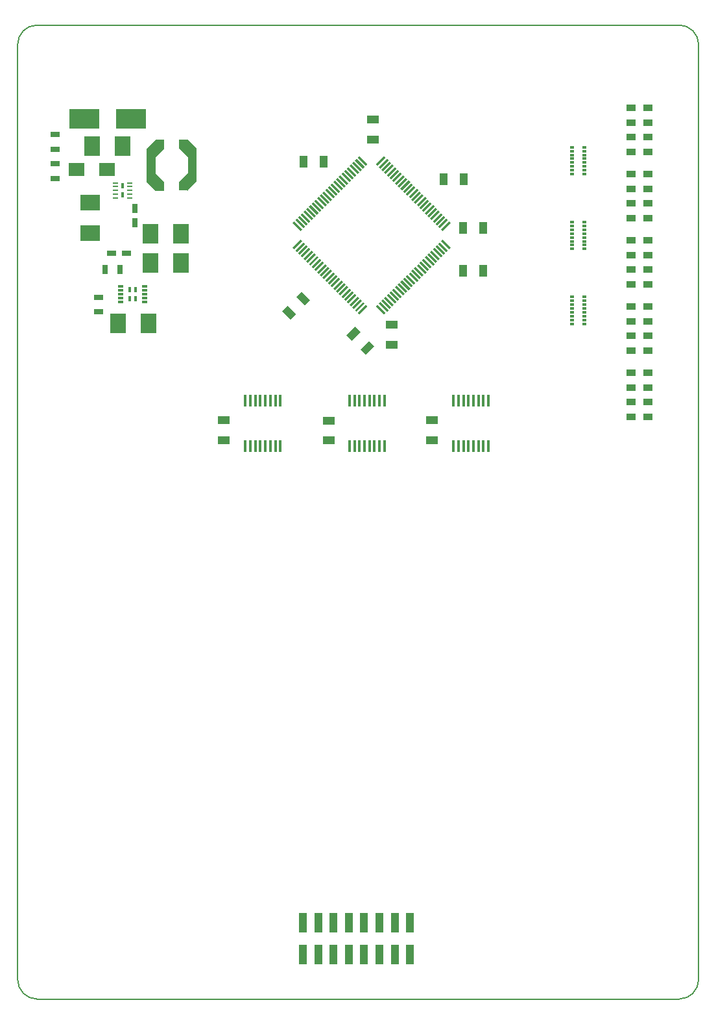
<source format=gtp>
G04 #@! TF.FileFunction,Paste,Top*
%FSLAX46Y46*%
G04 Gerber Fmt 4.6, Leading zero omitted, Abs format (unit mm)*
G04 Created by KiCad (PCBNEW 4.0.7) date Wednesday, May 02, 2018 'PMt' 05:12:05 PM*
%MOMM*%
%LPD*%
G01*
G04 APERTURE LIST*
%ADD10C,0.020000*%
%ADD11C,0.150000*%
%ADD12R,2.000000X2.500000*%
%ADD13R,2.500000X2.000000*%
%ADD14R,0.750000X1.200000*%
%ADD15R,1.200000X0.750000*%
%ADD16R,4.000000X2.500000*%
%ADD17R,1.200000X0.900000*%
%ADD18R,0.450000X1.500000*%
%ADD19R,0.650000X0.300000*%
%ADD20R,0.465000X0.744000*%
%ADD21R,0.600000X0.350000*%
%ADD22R,2.000000X1.700000*%
%ADD23R,0.700000X0.250000*%
%ADD24R,0.384000X0.720000*%
%ADD25R,1.000000X2.580000*%
%ADD26R,1.000000X1.600000*%
%ADD27R,1.600000X1.000000*%
%ADD28R,1.300000X0.700000*%
%ADD29R,0.700000X1.300000*%
G04 APERTURE END LIST*
D10*
D11*
X253238000Y-85852000D02*
G75*
G03X250698000Y-83312000I-2540000J0D01*
G01*
X166878000Y-83312000D02*
G75*
G03X164338000Y-85852000I0J-2540000D01*
G01*
X164338000Y-207772000D02*
G75*
G03X166878000Y-210312000I2540000J0D01*
G01*
X250698000Y-210312000D02*
G75*
G03X253238000Y-207772000I0J2540000D01*
G01*
X166878000Y-83312000D02*
X250698000Y-83312000D01*
X164338000Y-207772000D02*
X164338000Y-85852000D01*
X250698000Y-210312000D02*
X166878000Y-210312000D01*
X253238000Y-85852000D02*
X253238000Y-207772000D01*
D10*
G36*
X182323500Y-104900000D02*
X181148500Y-103725000D01*
X181148500Y-99475000D01*
X182323500Y-98300000D01*
X182323500Y-104900000D01*
X182323500Y-104900000D01*
G37*
G36*
X183448500Y-104912500D02*
X182323500Y-104912500D01*
X182323500Y-103787500D01*
X183448500Y-103787500D01*
X183448500Y-104912500D01*
X183448500Y-104912500D01*
G37*
G36*
X183448500Y-99412500D02*
X182323500Y-99412500D01*
X182323500Y-98287500D01*
X183448500Y-98287500D01*
X183448500Y-99412500D01*
X183448500Y-99412500D01*
G37*
G36*
X182323500Y-102675500D02*
X183448500Y-103799500D01*
X183448500Y-103800500D01*
X182323500Y-104924500D01*
X182323500Y-102675500D01*
X182323500Y-102675500D01*
G37*
G36*
X182323500Y-98275500D02*
X183448500Y-99399500D01*
X183448500Y-99400500D01*
X182323500Y-100524500D01*
X182323500Y-98275500D01*
X182323500Y-98275500D01*
G37*
G36*
X186549101Y-98283627D02*
X187724101Y-99458627D01*
X187724101Y-103708627D01*
X186549101Y-104883627D01*
X186549101Y-98283627D01*
X186549101Y-98283627D01*
G37*
G36*
X185424101Y-98271127D02*
X186549101Y-98271127D01*
X186549101Y-99396127D01*
X185424101Y-99396127D01*
X185424101Y-98271127D01*
X185424101Y-98271127D01*
G37*
G36*
X186549101Y-100508127D02*
X185424101Y-99384127D01*
X185424101Y-99383127D01*
X186549101Y-98259127D01*
X186549101Y-100508127D01*
X186549101Y-100508127D01*
G37*
G36*
X185424101Y-103771127D02*
X186549101Y-103771127D01*
X186549101Y-104896127D01*
X185424101Y-104896127D01*
X185424101Y-103771127D01*
X185424101Y-103771127D01*
G37*
G36*
X186549101Y-104908127D02*
X185424101Y-103784127D01*
X185424101Y-103783127D01*
X186549101Y-102659127D01*
X186549101Y-104908127D01*
X186549101Y-104908127D01*
G37*
D12*
X174054000Y-99060000D03*
X178054000Y-99060000D03*
D13*
X173768000Y-106458000D03*
X173768000Y-110458000D03*
D14*
X179610000Y-107188000D03*
X179610000Y-109088000D03*
D12*
X185674000Y-110490000D03*
X181674000Y-110490000D03*
X185669009Y-114300000D03*
X181669009Y-114300000D03*
D15*
X176628000Y-113030000D03*
X178528000Y-113030000D03*
D12*
X177446009Y-122198215D03*
X181446009Y-122198215D03*
D16*
X173004000Y-95504000D03*
X179104000Y-95504000D03*
D17*
X244391000Y-94107000D03*
X246591000Y-94107000D03*
X244391000Y-96012000D03*
X246591000Y-96012000D03*
X244391000Y-97917000D03*
X246591000Y-97917000D03*
X244391000Y-99822000D03*
X246591000Y-99822000D03*
X244391000Y-102743000D03*
X246591000Y-102743000D03*
X244391000Y-104648000D03*
X246591000Y-104648000D03*
X244391000Y-106553000D03*
X246591000Y-106553000D03*
X244391000Y-108458000D03*
X246591000Y-108458000D03*
X244391000Y-111379000D03*
X246591000Y-111379000D03*
X244391000Y-113284000D03*
X246591000Y-113284000D03*
X244391000Y-115189000D03*
X246591000Y-115189000D03*
X244391000Y-117094000D03*
X246591000Y-117094000D03*
X244391000Y-120015000D03*
X246591000Y-120015000D03*
X244391000Y-121920000D03*
X246591000Y-121920000D03*
X244391000Y-123825000D03*
X246591000Y-123825000D03*
X244391000Y-125730000D03*
X246591000Y-125730000D03*
X244391000Y-128651000D03*
X246591000Y-128651000D03*
X244391000Y-130556000D03*
X246591000Y-130556000D03*
X244391000Y-132461000D03*
X246591000Y-132461000D03*
X244391000Y-134366000D03*
X246591000Y-134366000D03*
D18*
X198628000Y-132276000D03*
X197978000Y-132276000D03*
X197328000Y-132276000D03*
X196678000Y-132276000D03*
X196028000Y-132276000D03*
X195378000Y-132276000D03*
X194728000Y-132276000D03*
X194078000Y-132276000D03*
X194078000Y-138176000D03*
X194728000Y-138176000D03*
X195378000Y-138176000D03*
X196028000Y-138176000D03*
X196678000Y-138176000D03*
X197328000Y-138176000D03*
X197978000Y-138176000D03*
X198628000Y-138176000D03*
D10*
G36*
X212406478Y-120829627D02*
X212194346Y-121041759D01*
X211133686Y-119981099D01*
X211345818Y-119768967D01*
X212406478Y-120829627D01*
X212406478Y-120829627D01*
G37*
G36*
X212760031Y-120476074D02*
X212547899Y-120688206D01*
X211487239Y-119627546D01*
X211699371Y-119415414D01*
X212760031Y-120476074D01*
X212760031Y-120476074D01*
G37*
G36*
X213113584Y-120122520D02*
X212901452Y-120334652D01*
X211840792Y-119273992D01*
X212052924Y-119061860D01*
X213113584Y-120122520D01*
X213113584Y-120122520D01*
G37*
G36*
X213467138Y-119768967D02*
X213255006Y-119981099D01*
X212194346Y-118920439D01*
X212406478Y-118708307D01*
X213467138Y-119768967D01*
X213467138Y-119768967D01*
G37*
G36*
X213820691Y-119415413D02*
X213608559Y-119627545D01*
X212547899Y-118566885D01*
X212760031Y-118354753D01*
X213820691Y-119415413D01*
X213820691Y-119415413D01*
G37*
G36*
X214174244Y-119061860D02*
X213962112Y-119273992D01*
X212901452Y-118213332D01*
X213113584Y-118001200D01*
X214174244Y-119061860D01*
X214174244Y-119061860D01*
G37*
G36*
X214527798Y-118708307D02*
X214315666Y-118920439D01*
X213255006Y-117859779D01*
X213467138Y-117647647D01*
X214527798Y-118708307D01*
X214527798Y-118708307D01*
G37*
G36*
X214881351Y-118354753D02*
X214669219Y-118566885D01*
X213608559Y-117506225D01*
X213820691Y-117294093D01*
X214881351Y-118354753D01*
X214881351Y-118354753D01*
G37*
G36*
X215234905Y-118001200D02*
X215022773Y-118213332D01*
X213962113Y-117152672D01*
X214174245Y-116940540D01*
X215234905Y-118001200D01*
X215234905Y-118001200D01*
G37*
G36*
X215588458Y-117647646D02*
X215376326Y-117859778D01*
X214315666Y-116799118D01*
X214527798Y-116586986D01*
X215588458Y-117647646D01*
X215588458Y-117647646D01*
G37*
G36*
X215942011Y-117294093D02*
X215729879Y-117506225D01*
X214669219Y-116445565D01*
X214881351Y-116233433D01*
X215942011Y-117294093D01*
X215942011Y-117294093D01*
G37*
G36*
X216295565Y-116940540D02*
X216083433Y-117152672D01*
X215022773Y-116092012D01*
X215234905Y-115879880D01*
X216295565Y-116940540D01*
X216295565Y-116940540D01*
G37*
G36*
X216649118Y-116586986D02*
X216436986Y-116799118D01*
X215376326Y-115738458D01*
X215588458Y-115526326D01*
X216649118Y-116586986D01*
X216649118Y-116586986D01*
G37*
G36*
X217002672Y-116233433D02*
X216790540Y-116445565D01*
X215729880Y-115384905D01*
X215942012Y-115172773D01*
X217002672Y-116233433D01*
X217002672Y-116233433D01*
G37*
G36*
X217356225Y-115879879D02*
X217144093Y-116092011D01*
X216083433Y-115031351D01*
X216295565Y-114819219D01*
X217356225Y-115879879D01*
X217356225Y-115879879D01*
G37*
G36*
X217709778Y-115526326D02*
X217497646Y-115738458D01*
X216436986Y-114677798D01*
X216649118Y-114465666D01*
X217709778Y-115526326D01*
X217709778Y-115526326D01*
G37*
G36*
X218063332Y-115172773D02*
X217851200Y-115384905D01*
X216790540Y-114324245D01*
X217002672Y-114112113D01*
X218063332Y-115172773D01*
X218063332Y-115172773D01*
G37*
G36*
X218416885Y-114819219D02*
X218204753Y-115031351D01*
X217144093Y-113970691D01*
X217356225Y-113758559D01*
X218416885Y-114819219D01*
X218416885Y-114819219D01*
G37*
G36*
X218770439Y-114465666D02*
X218558307Y-114677798D01*
X217497647Y-113617138D01*
X217709779Y-113405006D01*
X218770439Y-114465666D01*
X218770439Y-114465666D01*
G37*
G36*
X219123992Y-114112112D02*
X218911860Y-114324244D01*
X217851200Y-113263584D01*
X218063332Y-113051452D01*
X219123992Y-114112112D01*
X219123992Y-114112112D01*
G37*
G36*
X219477545Y-113758559D02*
X219265413Y-113970691D01*
X218204753Y-112910031D01*
X218416885Y-112697899D01*
X219477545Y-113758559D01*
X219477545Y-113758559D01*
G37*
G36*
X219831099Y-113405006D02*
X219618967Y-113617138D01*
X218558307Y-112556478D01*
X218770439Y-112344346D01*
X219831099Y-113405006D01*
X219831099Y-113405006D01*
G37*
G36*
X220184652Y-113051452D02*
X219972520Y-113263584D01*
X218911860Y-112202924D01*
X219123992Y-111990792D01*
X220184652Y-113051452D01*
X220184652Y-113051452D01*
G37*
G36*
X220538206Y-112697899D02*
X220326074Y-112910031D01*
X219265414Y-111849371D01*
X219477546Y-111637239D01*
X220538206Y-112697899D01*
X220538206Y-112697899D01*
G37*
G36*
X220891759Y-112344346D02*
X220679627Y-112556478D01*
X219618967Y-111495818D01*
X219831099Y-111283686D01*
X220891759Y-112344346D01*
X220891759Y-112344346D01*
G37*
G36*
X220679627Y-108879522D02*
X220891759Y-109091654D01*
X219831099Y-110152314D01*
X219618967Y-109940182D01*
X220679627Y-108879522D01*
X220679627Y-108879522D01*
G37*
G36*
X220326074Y-108525969D02*
X220538206Y-108738101D01*
X219477546Y-109798761D01*
X219265414Y-109586629D01*
X220326074Y-108525969D01*
X220326074Y-108525969D01*
G37*
G36*
X219972520Y-108172416D02*
X220184652Y-108384548D01*
X219123992Y-109445208D01*
X218911860Y-109233076D01*
X219972520Y-108172416D01*
X219972520Y-108172416D01*
G37*
G36*
X219618967Y-107818862D02*
X219831099Y-108030994D01*
X218770439Y-109091654D01*
X218558307Y-108879522D01*
X219618967Y-107818862D01*
X219618967Y-107818862D01*
G37*
G36*
X219265413Y-107465309D02*
X219477545Y-107677441D01*
X218416885Y-108738101D01*
X218204753Y-108525969D01*
X219265413Y-107465309D01*
X219265413Y-107465309D01*
G37*
G36*
X218911860Y-107111756D02*
X219123992Y-107323888D01*
X218063332Y-108384548D01*
X217851200Y-108172416D01*
X218911860Y-107111756D01*
X218911860Y-107111756D01*
G37*
G36*
X218558307Y-106758202D02*
X218770439Y-106970334D01*
X217709779Y-108030994D01*
X217497647Y-107818862D01*
X218558307Y-106758202D01*
X218558307Y-106758202D01*
G37*
G36*
X218204753Y-106404649D02*
X218416885Y-106616781D01*
X217356225Y-107677441D01*
X217144093Y-107465309D01*
X218204753Y-106404649D01*
X218204753Y-106404649D01*
G37*
G36*
X217851200Y-106051095D02*
X218063332Y-106263227D01*
X217002672Y-107323887D01*
X216790540Y-107111755D01*
X217851200Y-106051095D01*
X217851200Y-106051095D01*
G37*
G36*
X217497646Y-105697542D02*
X217709778Y-105909674D01*
X216649118Y-106970334D01*
X216436986Y-106758202D01*
X217497646Y-105697542D01*
X217497646Y-105697542D01*
G37*
G36*
X217144093Y-105343989D02*
X217356225Y-105556121D01*
X216295565Y-106616781D01*
X216083433Y-106404649D01*
X217144093Y-105343989D01*
X217144093Y-105343989D01*
G37*
G36*
X216790540Y-104990435D02*
X217002672Y-105202567D01*
X215942012Y-106263227D01*
X215729880Y-106051095D01*
X216790540Y-104990435D01*
X216790540Y-104990435D01*
G37*
G36*
X216436986Y-104636882D02*
X216649118Y-104849014D01*
X215588458Y-105909674D01*
X215376326Y-105697542D01*
X216436986Y-104636882D01*
X216436986Y-104636882D01*
G37*
G36*
X216083433Y-104283328D02*
X216295565Y-104495460D01*
X215234905Y-105556120D01*
X215022773Y-105343988D01*
X216083433Y-104283328D01*
X216083433Y-104283328D01*
G37*
G36*
X215729879Y-103929775D02*
X215942011Y-104141907D01*
X214881351Y-105202567D01*
X214669219Y-104990435D01*
X215729879Y-103929775D01*
X215729879Y-103929775D01*
G37*
G36*
X215376326Y-103576222D02*
X215588458Y-103788354D01*
X214527798Y-104849014D01*
X214315666Y-104636882D01*
X215376326Y-103576222D01*
X215376326Y-103576222D01*
G37*
G36*
X215022773Y-103222668D02*
X215234905Y-103434800D01*
X214174245Y-104495460D01*
X213962113Y-104283328D01*
X215022773Y-103222668D01*
X215022773Y-103222668D01*
G37*
G36*
X214669219Y-102869115D02*
X214881351Y-103081247D01*
X213820691Y-104141907D01*
X213608559Y-103929775D01*
X214669219Y-102869115D01*
X214669219Y-102869115D01*
G37*
G36*
X214315666Y-102515561D02*
X214527798Y-102727693D01*
X213467138Y-103788353D01*
X213255006Y-103576221D01*
X214315666Y-102515561D01*
X214315666Y-102515561D01*
G37*
G36*
X213962112Y-102162008D02*
X214174244Y-102374140D01*
X213113584Y-103434800D01*
X212901452Y-103222668D01*
X213962112Y-102162008D01*
X213962112Y-102162008D01*
G37*
G36*
X213608559Y-101808455D02*
X213820691Y-102020587D01*
X212760031Y-103081247D01*
X212547899Y-102869115D01*
X213608559Y-101808455D01*
X213608559Y-101808455D01*
G37*
G36*
X213255006Y-101454901D02*
X213467138Y-101667033D01*
X212406478Y-102727693D01*
X212194346Y-102515561D01*
X213255006Y-101454901D01*
X213255006Y-101454901D01*
G37*
G36*
X212901452Y-101101348D02*
X213113584Y-101313480D01*
X212052924Y-102374140D01*
X211840792Y-102162008D01*
X212901452Y-101101348D01*
X212901452Y-101101348D01*
G37*
G36*
X212547899Y-100747794D02*
X212760031Y-100959926D01*
X211699371Y-102020586D01*
X211487239Y-101808454D01*
X212547899Y-100747794D01*
X212547899Y-100747794D01*
G37*
G36*
X212194346Y-100394241D02*
X212406478Y-100606373D01*
X211345818Y-101667033D01*
X211133686Y-101454901D01*
X212194346Y-100394241D01*
X212194346Y-100394241D01*
G37*
G36*
X210002314Y-101454901D02*
X209790182Y-101667033D01*
X208729522Y-100606373D01*
X208941654Y-100394241D01*
X210002314Y-101454901D01*
X210002314Y-101454901D01*
G37*
G36*
X209648761Y-101808454D02*
X209436629Y-102020586D01*
X208375969Y-100959926D01*
X208588101Y-100747794D01*
X209648761Y-101808454D01*
X209648761Y-101808454D01*
G37*
G36*
X209295208Y-102162008D02*
X209083076Y-102374140D01*
X208022416Y-101313480D01*
X208234548Y-101101348D01*
X209295208Y-102162008D01*
X209295208Y-102162008D01*
G37*
G36*
X208941654Y-102515561D02*
X208729522Y-102727693D01*
X207668862Y-101667033D01*
X207880994Y-101454901D01*
X208941654Y-102515561D01*
X208941654Y-102515561D01*
G37*
G36*
X208588101Y-102869115D02*
X208375969Y-103081247D01*
X207315309Y-102020587D01*
X207527441Y-101808455D01*
X208588101Y-102869115D01*
X208588101Y-102869115D01*
G37*
G36*
X208234548Y-103222668D02*
X208022416Y-103434800D01*
X206961756Y-102374140D01*
X207173888Y-102162008D01*
X208234548Y-103222668D01*
X208234548Y-103222668D01*
G37*
G36*
X207880994Y-103576221D02*
X207668862Y-103788353D01*
X206608202Y-102727693D01*
X206820334Y-102515561D01*
X207880994Y-103576221D01*
X207880994Y-103576221D01*
G37*
G36*
X207527441Y-103929775D02*
X207315309Y-104141907D01*
X206254649Y-103081247D01*
X206466781Y-102869115D01*
X207527441Y-103929775D01*
X207527441Y-103929775D01*
G37*
G36*
X207173887Y-104283328D02*
X206961755Y-104495460D01*
X205901095Y-103434800D01*
X206113227Y-103222668D01*
X207173887Y-104283328D01*
X207173887Y-104283328D01*
G37*
G36*
X206820334Y-104636882D02*
X206608202Y-104849014D01*
X205547542Y-103788354D01*
X205759674Y-103576222D01*
X206820334Y-104636882D01*
X206820334Y-104636882D01*
G37*
G36*
X206466781Y-104990435D02*
X206254649Y-105202567D01*
X205193989Y-104141907D01*
X205406121Y-103929775D01*
X206466781Y-104990435D01*
X206466781Y-104990435D01*
G37*
G36*
X206113227Y-105343988D02*
X205901095Y-105556120D01*
X204840435Y-104495460D01*
X205052567Y-104283328D01*
X206113227Y-105343988D01*
X206113227Y-105343988D01*
G37*
G36*
X205759674Y-105697542D02*
X205547542Y-105909674D01*
X204486882Y-104849014D01*
X204699014Y-104636882D01*
X205759674Y-105697542D01*
X205759674Y-105697542D01*
G37*
G36*
X205406120Y-106051095D02*
X205193988Y-106263227D01*
X204133328Y-105202567D01*
X204345460Y-104990435D01*
X205406120Y-106051095D01*
X205406120Y-106051095D01*
G37*
G36*
X205052567Y-106404649D02*
X204840435Y-106616781D01*
X203779775Y-105556121D01*
X203991907Y-105343989D01*
X205052567Y-106404649D01*
X205052567Y-106404649D01*
G37*
G36*
X204699014Y-106758202D02*
X204486882Y-106970334D01*
X203426222Y-105909674D01*
X203638354Y-105697542D01*
X204699014Y-106758202D01*
X204699014Y-106758202D01*
G37*
G36*
X204345460Y-107111755D02*
X204133328Y-107323887D01*
X203072668Y-106263227D01*
X203284800Y-106051095D01*
X204345460Y-107111755D01*
X204345460Y-107111755D01*
G37*
G36*
X203991907Y-107465309D02*
X203779775Y-107677441D01*
X202719115Y-106616781D01*
X202931247Y-106404649D01*
X203991907Y-107465309D01*
X203991907Y-107465309D01*
G37*
G36*
X203638353Y-107818862D02*
X203426221Y-108030994D01*
X202365561Y-106970334D01*
X202577693Y-106758202D01*
X203638353Y-107818862D01*
X203638353Y-107818862D01*
G37*
G36*
X203284800Y-108172416D02*
X203072668Y-108384548D01*
X202012008Y-107323888D01*
X202224140Y-107111756D01*
X203284800Y-108172416D01*
X203284800Y-108172416D01*
G37*
G36*
X202931247Y-108525969D02*
X202719115Y-108738101D01*
X201658455Y-107677441D01*
X201870587Y-107465309D01*
X202931247Y-108525969D01*
X202931247Y-108525969D01*
G37*
G36*
X202577693Y-108879522D02*
X202365561Y-109091654D01*
X201304901Y-108030994D01*
X201517033Y-107818862D01*
X202577693Y-108879522D01*
X202577693Y-108879522D01*
G37*
G36*
X202224140Y-109233076D02*
X202012008Y-109445208D01*
X200951348Y-108384548D01*
X201163480Y-108172416D01*
X202224140Y-109233076D01*
X202224140Y-109233076D01*
G37*
G36*
X201870586Y-109586629D02*
X201658454Y-109798761D01*
X200597794Y-108738101D01*
X200809926Y-108525969D01*
X201870586Y-109586629D01*
X201870586Y-109586629D01*
G37*
G36*
X201517033Y-109940182D02*
X201304901Y-110152314D01*
X200244241Y-109091654D01*
X200456373Y-108879522D01*
X201517033Y-109940182D01*
X201517033Y-109940182D01*
G37*
G36*
X201304901Y-111283686D02*
X201517033Y-111495818D01*
X200456373Y-112556478D01*
X200244241Y-112344346D01*
X201304901Y-111283686D01*
X201304901Y-111283686D01*
G37*
G36*
X201658454Y-111637239D02*
X201870586Y-111849371D01*
X200809926Y-112910031D01*
X200597794Y-112697899D01*
X201658454Y-111637239D01*
X201658454Y-111637239D01*
G37*
G36*
X202012008Y-111990792D02*
X202224140Y-112202924D01*
X201163480Y-113263584D01*
X200951348Y-113051452D01*
X202012008Y-111990792D01*
X202012008Y-111990792D01*
G37*
G36*
X202365561Y-112344346D02*
X202577693Y-112556478D01*
X201517033Y-113617138D01*
X201304901Y-113405006D01*
X202365561Y-112344346D01*
X202365561Y-112344346D01*
G37*
G36*
X202719115Y-112697899D02*
X202931247Y-112910031D01*
X201870587Y-113970691D01*
X201658455Y-113758559D01*
X202719115Y-112697899D01*
X202719115Y-112697899D01*
G37*
G36*
X203072668Y-113051452D02*
X203284800Y-113263584D01*
X202224140Y-114324244D01*
X202012008Y-114112112D01*
X203072668Y-113051452D01*
X203072668Y-113051452D01*
G37*
G36*
X203426221Y-113405006D02*
X203638353Y-113617138D01*
X202577693Y-114677798D01*
X202365561Y-114465666D01*
X203426221Y-113405006D01*
X203426221Y-113405006D01*
G37*
G36*
X203779775Y-113758559D02*
X203991907Y-113970691D01*
X202931247Y-115031351D01*
X202719115Y-114819219D01*
X203779775Y-113758559D01*
X203779775Y-113758559D01*
G37*
G36*
X204133328Y-114112113D02*
X204345460Y-114324245D01*
X203284800Y-115384905D01*
X203072668Y-115172773D01*
X204133328Y-114112113D01*
X204133328Y-114112113D01*
G37*
G36*
X204486882Y-114465666D02*
X204699014Y-114677798D01*
X203638354Y-115738458D01*
X203426222Y-115526326D01*
X204486882Y-114465666D01*
X204486882Y-114465666D01*
G37*
G36*
X204840435Y-114819219D02*
X205052567Y-115031351D01*
X203991907Y-116092011D01*
X203779775Y-115879879D01*
X204840435Y-114819219D01*
X204840435Y-114819219D01*
G37*
G36*
X205193988Y-115172773D02*
X205406120Y-115384905D01*
X204345460Y-116445565D01*
X204133328Y-116233433D01*
X205193988Y-115172773D01*
X205193988Y-115172773D01*
G37*
G36*
X205547542Y-115526326D02*
X205759674Y-115738458D01*
X204699014Y-116799118D01*
X204486882Y-116586986D01*
X205547542Y-115526326D01*
X205547542Y-115526326D01*
G37*
G36*
X205901095Y-115879880D02*
X206113227Y-116092012D01*
X205052567Y-117152672D01*
X204840435Y-116940540D01*
X205901095Y-115879880D01*
X205901095Y-115879880D01*
G37*
G36*
X206254649Y-116233433D02*
X206466781Y-116445565D01*
X205406121Y-117506225D01*
X205193989Y-117294093D01*
X206254649Y-116233433D01*
X206254649Y-116233433D01*
G37*
G36*
X206608202Y-116586986D02*
X206820334Y-116799118D01*
X205759674Y-117859778D01*
X205547542Y-117647646D01*
X206608202Y-116586986D01*
X206608202Y-116586986D01*
G37*
G36*
X206961755Y-116940540D02*
X207173887Y-117152672D01*
X206113227Y-118213332D01*
X205901095Y-118001200D01*
X206961755Y-116940540D01*
X206961755Y-116940540D01*
G37*
G36*
X207315309Y-117294093D02*
X207527441Y-117506225D01*
X206466781Y-118566885D01*
X206254649Y-118354753D01*
X207315309Y-117294093D01*
X207315309Y-117294093D01*
G37*
G36*
X207668862Y-117647647D02*
X207880994Y-117859779D01*
X206820334Y-118920439D01*
X206608202Y-118708307D01*
X207668862Y-117647647D01*
X207668862Y-117647647D01*
G37*
G36*
X208022416Y-118001200D02*
X208234548Y-118213332D01*
X207173888Y-119273992D01*
X206961756Y-119061860D01*
X208022416Y-118001200D01*
X208022416Y-118001200D01*
G37*
G36*
X208375969Y-118354753D02*
X208588101Y-118566885D01*
X207527441Y-119627545D01*
X207315309Y-119415413D01*
X208375969Y-118354753D01*
X208375969Y-118354753D01*
G37*
G36*
X208729522Y-118708307D02*
X208941654Y-118920439D01*
X207880994Y-119981099D01*
X207668862Y-119768967D01*
X208729522Y-118708307D01*
X208729522Y-118708307D01*
G37*
G36*
X209083076Y-119061860D02*
X209295208Y-119273992D01*
X208234548Y-120334652D01*
X208022416Y-120122520D01*
X209083076Y-119061860D01*
X209083076Y-119061860D01*
G37*
G36*
X209436629Y-119415414D02*
X209648761Y-119627546D01*
X208588101Y-120688206D01*
X208375969Y-120476074D01*
X209436629Y-119415414D01*
X209436629Y-119415414D01*
G37*
G36*
X209790182Y-119768967D02*
X210002314Y-119981099D01*
X208941654Y-121041759D01*
X208729522Y-120829627D01*
X209790182Y-119768967D01*
X209790182Y-119768967D01*
G37*
D18*
X212211500Y-132276000D03*
X211561500Y-132276000D03*
X210911500Y-132276000D03*
X210261500Y-132276000D03*
X209611500Y-132276000D03*
X208961500Y-132276000D03*
X208311500Y-132276000D03*
X207661500Y-132276000D03*
X207661500Y-138176000D03*
X208311500Y-138176000D03*
X208961500Y-138176000D03*
X209611500Y-138176000D03*
X210261500Y-138176000D03*
X210911500Y-138176000D03*
X211561500Y-138176000D03*
X212211500Y-138176000D03*
X225795000Y-132276000D03*
X225145000Y-132276000D03*
X224495000Y-132276000D03*
X223845000Y-132276000D03*
X223195000Y-132276000D03*
X222545000Y-132276000D03*
X221895000Y-132276000D03*
X221245000Y-132276000D03*
X221245000Y-138176000D03*
X221895000Y-138176000D03*
X222545000Y-138176000D03*
X223195000Y-138176000D03*
X223845000Y-138176000D03*
X224495000Y-138176000D03*
X225145000Y-138176000D03*
X225795000Y-138176000D03*
D19*
X180901009Y-119388215D03*
X180901009Y-118888215D03*
X180901009Y-118388215D03*
X180901009Y-117888215D03*
X180901009Y-117388215D03*
X177801009Y-117388215D03*
X177801009Y-117888215D03*
X177801009Y-118388215D03*
X177801009Y-118888215D03*
X177801009Y-119388215D03*
D20*
X178963509Y-117768215D03*
X178963509Y-119008215D03*
X179738509Y-117768215D03*
X179738509Y-119008215D03*
D21*
X238328000Y-99243000D03*
X236728000Y-99243000D03*
X238328000Y-99743000D03*
X236728000Y-99743000D03*
X238328000Y-100243000D03*
X236728000Y-100243000D03*
X238328000Y-100743000D03*
X236728000Y-100743000D03*
X238328000Y-101243000D03*
X236728000Y-101243000D03*
X238328000Y-101743000D03*
X236728000Y-101743000D03*
X238328000Y-102243000D03*
X236728000Y-102243000D03*
X238328000Y-102743000D03*
X236728000Y-102743000D03*
X238328000Y-109008000D03*
X236728000Y-109008000D03*
X238328000Y-109508000D03*
X236728000Y-109508000D03*
X238328000Y-110008000D03*
X236728000Y-110008000D03*
X238328000Y-110508000D03*
X236728000Y-110508000D03*
X238328000Y-111008000D03*
X236728000Y-111008000D03*
X238328000Y-111508000D03*
X236728000Y-111508000D03*
X238328000Y-112008000D03*
X236728000Y-112008000D03*
X238328000Y-112508000D03*
X236728000Y-112508000D03*
X238328000Y-118773000D03*
X236728000Y-118773000D03*
X238328000Y-119273000D03*
X236728000Y-119273000D03*
X238328000Y-119773000D03*
X236728000Y-119773000D03*
X238328000Y-120273000D03*
X236728000Y-120273000D03*
X238328000Y-120773000D03*
X236728000Y-120773000D03*
X238328000Y-121273000D03*
X236728000Y-121273000D03*
X238328000Y-121773000D03*
X236728000Y-121773000D03*
X238328000Y-122273000D03*
X236728000Y-122273000D03*
D22*
X172022000Y-102108000D03*
X176022000Y-102108000D03*
D23*
X177122500Y-103887000D03*
X177122500Y-104387000D03*
X177122500Y-104887000D03*
X177122500Y-105387000D03*
X177122500Y-105887000D03*
X178972500Y-105887000D03*
X178972500Y-105387000D03*
X178972500Y-104887000D03*
X178972500Y-104387000D03*
X178972500Y-103887000D03*
D24*
X178047500Y-105487000D03*
X178047500Y-104287000D03*
D25*
X201566000Y-204523000D03*
X201566000Y-200353000D03*
X203566000Y-204523000D03*
X203566000Y-200353000D03*
X205566000Y-204523000D03*
X205566000Y-200353000D03*
X207566000Y-204523000D03*
X207566000Y-200353000D03*
X209566000Y-204523000D03*
X209566000Y-200353000D03*
X211566000Y-204523000D03*
X211566000Y-200353000D03*
X213566000Y-204523000D03*
X213566000Y-200353000D03*
X215566000Y-204523000D03*
X215566000Y-200353000D03*
D26*
X222506000Y-109728000D03*
X225106000Y-109728000D03*
X204278000Y-101092000D03*
X201678000Y-101092000D03*
D27*
X210693000Y-98233000D03*
X210693000Y-95633000D03*
D26*
X219966000Y-103378000D03*
X222566000Y-103378000D03*
D10*
G36*
X201399107Y-118049522D02*
X202530478Y-119180893D01*
X201823371Y-119888000D01*
X200692000Y-118756629D01*
X201399107Y-118049522D01*
X201399107Y-118049522D01*
G37*
G36*
X199560629Y-119888000D02*
X200692000Y-121019371D01*
X199984893Y-121726478D01*
X198853522Y-120595107D01*
X199560629Y-119888000D01*
X199560629Y-119888000D01*
G37*
D27*
X191262000Y-137412000D03*
X191262000Y-134812000D03*
D26*
X222506000Y-115316000D03*
X225106000Y-115316000D03*
D10*
G36*
X207235522Y-123752893D02*
X208366893Y-122621522D01*
X209074000Y-123328629D01*
X207942629Y-124460000D01*
X207235522Y-123752893D01*
X207235522Y-123752893D01*
G37*
G36*
X209074000Y-125591371D02*
X210205371Y-124460000D01*
X210912478Y-125167107D01*
X209781107Y-126298478D01*
X209074000Y-125591371D01*
X209074000Y-125591371D01*
G37*
D27*
X204978000Y-137476000D03*
X204978000Y-134876000D03*
X213138000Y-122398000D03*
X213138000Y-124998000D03*
X218440000Y-137412000D03*
X218440000Y-134812000D03*
D28*
X169196000Y-99502000D03*
X169196000Y-97602000D03*
X169196000Y-103312000D03*
X169196000Y-101412000D03*
X174906009Y-118803215D03*
X174906009Y-120703215D03*
D29*
X177666009Y-115213215D03*
X175766009Y-115213215D03*
M02*

</source>
